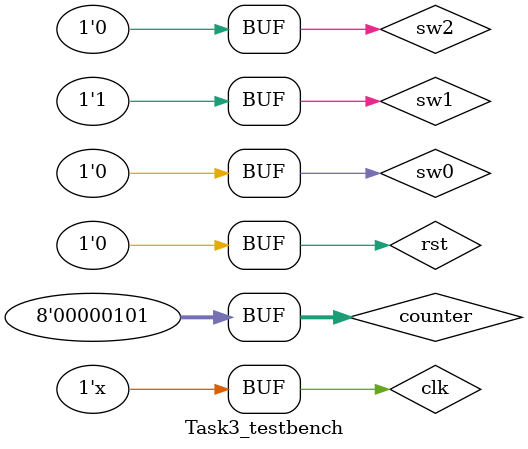
<source format=v>
`timescale 1ns / 1ps


module Task3_testbench(

    );
    reg clk, rst, sw0, sw1, sw2;
    reg [7:0] counter;
    wire [3:0] Led; 

    //Task3 test(.clk(clk), .rst(rst), .sw0(sw0), .sw1(sw1), .sw2(sw2), .counter(counter), .Led(Led));
    Task3 test(.clk(clk), .rst(rst), .sw0(sw0), .sw1(sw1), .sw2(sw2), .counter(counter), .Led(Led));
    initial clk = 0;
    always #2 clk = ~clk;   
    initial
    begin
        rst = 0; sw0 = 0; sw1 = 0; sw2 = 0; counter = 8'b00000101;
        #10 sw0 = 1;
        #200000000 sw1 = 1;
        #200000000 sw0 = 0; 
    end 
endmodule

</source>
